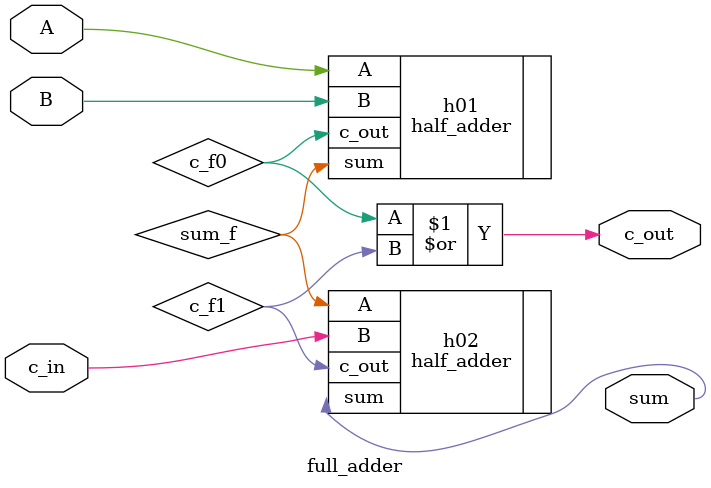
<source format=v>
`timescale 1ps/1ps
module full_adder (
    input A,
    input B,
    input c_in,
    output sum,
    output c_out
);
    wire sum_f;
    wire c_f0, c_f1;

    half_adder h01(
        .A(A), .B(B), .sum(sum_f), .c_out(c_f0)
    );
    half_adder h02(
        .A(sum_f), .B(c_in), .sum(sum), .c_out(c_f1)
    );

    assign c_out = c_f0 | c_f1;
endmodule
</source>
